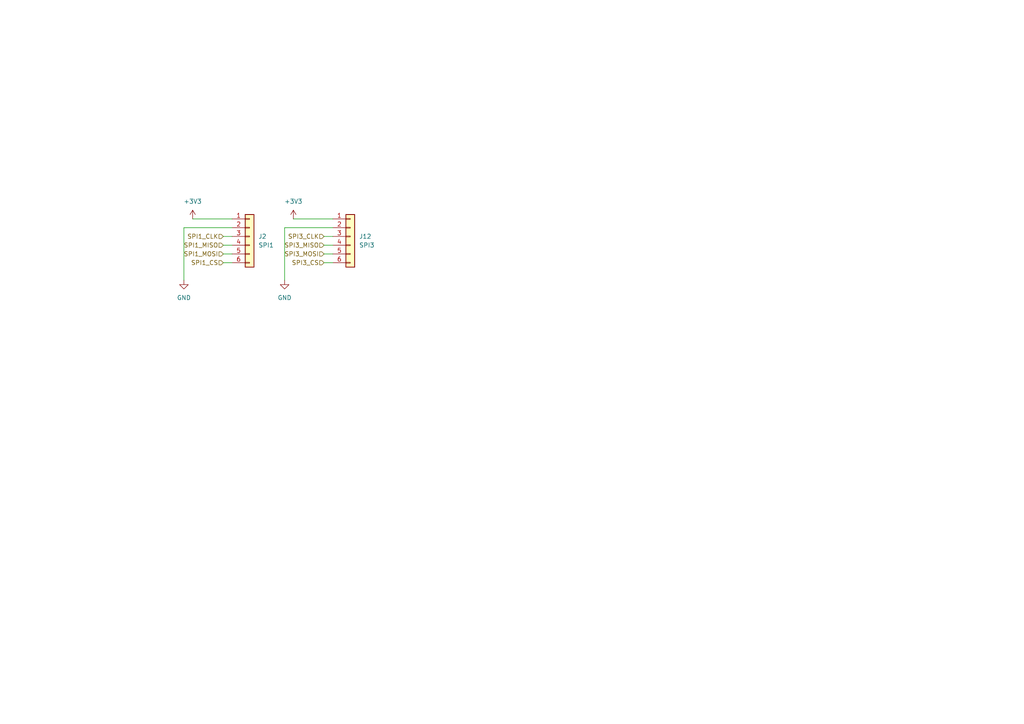
<source format=kicad_sch>
(kicad_sch (version 20230121) (generator eeschema)
  (paper "A4")
  (lib_symbols
    (symbol "Connector_Generic:Conn_01x06" (pin_names (offset 1.016) hide)
      (property "Reference" "J" (at 0 7.62 0))
      (property "Value" "Conn_01x06" (at 0 -10.16 0))
      (symbol "Conn_01x06_1_1"
        (rectangle (start -1.27 -7.493) (end 0 -7.747) (stroke (width 0.1524)))
        (rectangle (start -1.27 -4.953) (end 0 -5.207) (stroke (width 0.1524)))
        (rectangle (start -1.27 -2.413) (end 0 -2.667) (stroke (width 0.1524)))
        (rectangle (start -1.27 0.127) (end 0 -0.127) (stroke (width 0.1524)))
        (rectangle (start -1.27 2.667) (end 0 2.413) (stroke (width 0.1524)))
        (rectangle (start -1.27 5.207) (end 0 4.953) (stroke (width 0.1524)))
        (rectangle (start -1.27 6.35) (end 1.27 -8.89) (stroke (width 0.254)) (fill (type background)))
        (pin passive line (at -5.08 5.08 0) (length 3.81) (name "Pin_1") (number "1"))
        (pin passive line (at -5.08 2.54 0) (length 3.81) (name "Pin_2") (number "2"))
        (pin passive line (at -5.08 0 0) (length 3.81) (name "Pin_3") (number "3"))
        (pin passive line (at -5.08 -2.54 0) (length 3.81) (name "Pin_4") (number "4"))
        (pin passive line (at -5.08 -5.08 0) (length 3.81) (name "Pin_5") (number "5"))
        (pin passive line (at -5.08 -7.62 0) (length 3.81) (name "Pin_6") (number "6"))
      )
    )
    (symbol "power:+3V3" (power) (pin_names (offset 0))
      (property "Value" "+3V3" (at 0 3.556 0))
      (symbol "+3V3_0_1"
        (polyline (pts (xy -0.762 1.27) (xy 0 2.54)))
        (polyline (pts (xy 0 0) (xy 0 2.54)))
        (polyline (pts (xy 0 2.54) (xy 0.762 1.27)))
      )
      (symbol "+3V3_1_1"
        (pin power_in line (at 0 0 90) (length 0) hide (name "+3V3") (number "1"))
      )
    )
    (symbol "power:GND" (power) (pin_names (offset 0))
      (property "Value" "GND" (at 0 -3.81 0))
      (symbol "GND_0_1"
        (polyline (pts (xy 0 0) (xy 0 -1.27) (xy 1.27 -1.27) (xy 0 -2.54) (xy -1.27 -1.27) (xy 0 -1.27)))
      )
      (symbol "GND_1_1"
        (pin power_in line (at 0 0 270) (length 0) hide (name "GND") (number "1"))
      )
    )
  )
  (wire (pts (xy 55.88 63.5) (xy 67.31 63.5)))
  (wire (pts (xy 64.77 76.2) (xy 67.31 76.2)))
  (wire (pts (xy 64.77 71.12) (xy 67.31 71.12)))
  (wire (pts (xy 93.98 71.12) (xy 96.52 71.12)))
  (wire (pts (xy 93.98 68.58) (xy 96.52 68.58)))
  (wire (pts (xy 53.34 66.04) (xy 53.34 81.28)))
  (wire (pts (xy 82.55 66.04) (xy 82.55 81.28)))
  (wire (pts (xy 64.77 68.58) (xy 67.31 68.58)))
  (wire (pts (xy 82.55 66.04) (xy 96.52 66.04)))
  (wire (pts (xy 93.98 76.2) (xy 96.52 76.2)))
  (wire (pts (xy 53.34 66.04) (xy 67.31 66.04)))
  (wire (pts (xy 85.09 63.5) (xy 96.52 63.5)))
  (wire (pts (xy 93.98 73.66) (xy 96.52 73.66)))
  (wire (pts (xy 64.77 73.66) (xy 67.31 73.66)))
  (hierarchical_label "SPI1_CLK" (shape input) (at 64.77 68.58 180))
  (hierarchical_label "SPI3_CS" (shape input) (at 93.98 76.2 180))
  (hierarchical_label "SPI3_MOSI" (shape input) (at 93.98 73.66 180))
  (hierarchical_label "SPI3_MISO" (shape input) (at 93.98 71.12 180))
  (hierarchical_label "SPI1_CS" (shape input) (at 64.77 76.2 180))
  (hierarchical_label "SPI1_MISO" (shape input) (at 64.77 71.12 180))
  (hierarchical_label "SPI1_MOSI" (shape input) (at 64.77 73.66 180))
  (hierarchical_label "SPI3_CLK" (shape input) (at 93.98 68.58 180))
  (symbol (lib_id "power:GND") (at 82.55 81.28 0) (unit 1)
    (property "Reference" "#PWR028" (effects hide))
    (property "Value" "GND" (at 82.55 86.36 0))
  )
  (symbol (lib_id "power:GND") (at 53.34 81.28 0) (unit 1)
    (property "Reference" "#PWR014" (effects hide))
    (property "Value" "GND" (at 53.34 86.36 0))
  )
  (symbol (lib_id "Connector_Generic:Conn_01x06") (at 101.6 68.58 0) (unit 1)
    (property "Reference" "J12" (at 104.14 68.58 0) (effects (justify left)))
    (property "Value" "SPI3" (at 104.14 71.12 0) (effects (justify left)))
    (property "Footprint" "Connector_JST:JST_PH_B6B-PH-K_1x06_P2.00mm_Vertical" (effects hide))
  )
  (symbol (lib_id "power:+3V3") (at 55.88 63.5 0) (unit 1)
    (property "Reference" "#PWR015" (effects hide))
    (property "Value" "+3V3" (at 55.88 58.42 0))
  )
  (symbol (lib_id "Connector_Generic:Conn_01x06") (at 72.39 68.58 0) (unit 1)
    (property "Reference" "J2" (at 74.93 68.58 0) (effects (justify left)))
    (property "Value" "SPI1" (at 74.93 71.12 0) (effects (justify left)))
    (property "Footprint" "Connector_JST:JST_PH_B6B-PH-K_1x06_P2.00mm_Vertical" (effects hide))
  )
  (symbol (lib_id "power:+3V3") (at 85.09 63.5 0) (unit 1)
    (property "Reference" "#PWR029" (effects hide))
    (property "Value" "+3V3" (at 85.09 58.42 0))
  )
)
</source>
